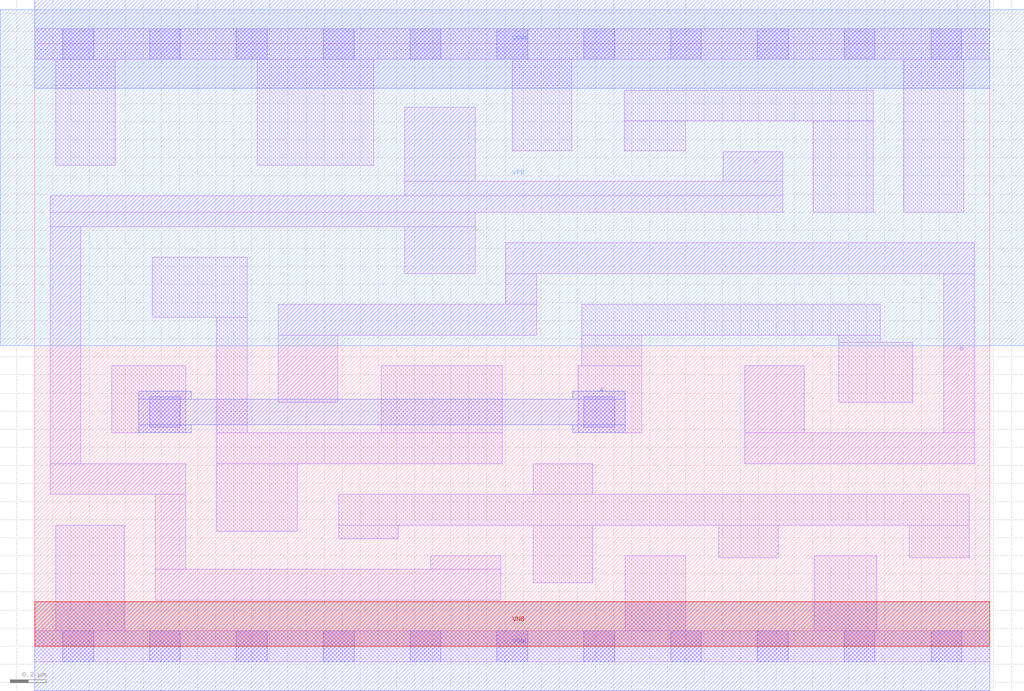
<source format=lef>
# Copyright 2020 The SkyWater PDK Authors
#
# Licensed under the Apache License, Version 2.0 (the "License");
# you may not use this file except in compliance with the License.
# You may obtain a copy of the License at
#
#     https://www.apache.org/licenses/LICENSE-2.0
#
# Unless required by applicable law or agreed to in writing, software
# distributed under the License is distributed on an "AS IS" BASIS,
# WITHOUT WARRANTIES OR CONDITIONS OF ANY KIND, either express or implied.
# See the License for the specific language governing permissions and
# limitations under the License.
#
# SPDX-License-Identifier: Apache-2.0

VERSION 5.7 ;
  NOWIREEXTENSIONATPIN ON ;
  DIVIDERCHAR "/" ;
  BUSBITCHARS "[]" ;
MACRO sky130_fd_sc_ls__xnor2_2
  CLASS CORE ;
  FOREIGN sky130_fd_sc_ls__xnor2_2 ;
  ORIGIN  0.000000  0.000000 ;
  SIZE  5.280000 BY  3.330000 ;
  SYMMETRY X Y ;
  SITE unit ;
  PIN A
    ANTENNAGATEAREA  0.819000 ;
    DIRECTION INPUT ;
    USE SIGNAL ;
    PORT
      LAYER met1 ;
        RECT 0.575000 1.180000 0.865000 1.225000 ;
        RECT 0.575000 1.225000 3.265000 1.365000 ;
        RECT 0.575000 1.365000 0.865000 1.410000 ;
        RECT 2.975000 1.180000 3.265000 1.225000 ;
        RECT 2.975000 1.365000 3.265000 1.410000 ;
    END
  END A
  PIN B
    ANTENNAGATEAREA  0.819000 ;
    DIRECTION INPUT ;
    USE SIGNAL ;
    PORT
      LAYER li1 ;
        RECT 1.345000 1.350000 1.675000 1.720000 ;
        RECT 1.345000 1.720000 2.775000 1.890000 ;
        RECT 2.605000 1.890000 2.775000 2.060000 ;
        RECT 2.605000 2.060000 5.195000 2.230000 ;
        RECT 3.925000 1.010000 5.195000 1.180000 ;
        RECT 3.925000 1.180000 4.255000 1.550000 ;
        RECT 5.025000 1.180000 5.195000 2.060000 ;
    END
  END B
  PIN VNB
    PORT
      LAYER pwell ;
        RECT 0.000000 0.000000 5.280000 0.245000 ;
    END
  END VNB
  PIN VPB
    PORT
      LAYER nwell ;
        RECT -0.190000 1.660000 5.470000 3.520000 ;
    END
  END VPB
  PIN Y
    ANTENNADIFFAREA  1.072800 ;
    DIRECTION OUTPUT ;
    USE SIGNAL ;
    PORT
      LAYER li1 ;
        RECT 0.085000 0.840000 0.835000 1.010000 ;
        RECT 0.085000 1.010000 0.255000 2.320000 ;
        RECT 0.085000 2.320000 2.435000 2.400000 ;
        RECT 0.085000 2.400000 4.135000 2.490000 ;
        RECT 0.665000 0.255000 2.575000 0.425000 ;
        RECT 0.665000 0.425000 0.835000 0.840000 ;
        RECT 2.045000 2.060000 2.435000 2.320000 ;
        RECT 2.045000 2.490000 4.135000 2.570000 ;
        RECT 2.045000 2.570000 2.435000 2.980000 ;
        RECT 2.190000 0.425000 2.575000 0.500000 ;
        RECT 3.805000 2.570000 4.135000 2.735000 ;
    END
  END Y
  PIN VGND
    DIRECTION INOUT ;
    SHAPE ABUTMENT ;
    USE GROUND ;
    PORT
      LAYER met1 ;
        RECT 0.000000 -0.245000 5.280000 0.245000 ;
    END
  END VGND
  PIN VPWR
    DIRECTION INOUT ;
    SHAPE ABUTMENT ;
    USE POWER ;
    PORT
      LAYER met1 ;
        RECT 0.000000 3.085000 5.280000 3.575000 ;
    END
  END VPWR
  OBS
    LAYER li1 ;
      RECT 0.000000 -0.085000 5.280000 0.085000 ;
      RECT 0.000000  3.245000 5.280000 3.415000 ;
      RECT 0.115000  0.085000 0.495000 0.670000 ;
      RECT 0.115000  2.660000 0.445000 3.245000 ;
      RECT 0.425000  1.180000 0.835000 1.550000 ;
      RECT 0.650000  1.820000 1.175000 2.150000 ;
      RECT 1.005000  0.635000 1.450000 1.010000 ;
      RECT 1.005000  1.010000 2.585000 1.180000 ;
      RECT 1.005000  1.180000 1.175000 1.820000 ;
      RECT 1.230000  2.660000 1.875000 3.245000 ;
      RECT 1.680000  0.595000 2.010000 0.670000 ;
      RECT 1.680000  0.670000 5.165000 0.840000 ;
      RECT 1.915000  1.180000 2.585000 1.550000 ;
      RECT 2.640000  2.740000 2.970000 3.245000 ;
      RECT 2.755000  0.350000 3.085000 0.670000 ;
      RECT 2.755000  0.840000 3.085000 1.010000 ;
      RECT 3.005000  1.180000 3.355000 1.550000 ;
      RECT 3.025000  1.550000 3.355000 1.720000 ;
      RECT 3.025000  1.720000 4.675000 1.890000 ;
      RECT 3.260000  2.740000 3.600000 2.905000 ;
      RECT 3.260000  2.905000 4.635000 3.075000 ;
      RECT 3.265000  0.085000 3.600000 0.500000 ;
      RECT 3.780000  0.490000 4.110000 0.670000 ;
      RECT 4.305000  2.400000 4.635000 2.905000 ;
      RECT 4.310000  0.085000 4.655000 0.500000 ;
      RECT 4.445000  1.350000 4.855000 1.680000 ;
      RECT 4.445000  1.680000 4.675000 1.720000 ;
      RECT 4.805000  2.400000 5.135000 3.245000 ;
      RECT 4.835000  0.490000 5.165000 0.670000 ;
    LAYER mcon ;
      RECT 0.155000 -0.085000 0.325000 0.085000 ;
      RECT 0.155000  3.245000 0.325000 3.415000 ;
      RECT 0.635000 -0.085000 0.805000 0.085000 ;
      RECT 0.635000  1.210000 0.805000 1.380000 ;
      RECT 0.635000  3.245000 0.805000 3.415000 ;
      RECT 1.115000 -0.085000 1.285000 0.085000 ;
      RECT 1.115000  3.245000 1.285000 3.415000 ;
      RECT 1.595000 -0.085000 1.765000 0.085000 ;
      RECT 1.595000  3.245000 1.765000 3.415000 ;
      RECT 2.075000 -0.085000 2.245000 0.085000 ;
      RECT 2.075000  3.245000 2.245000 3.415000 ;
      RECT 2.555000 -0.085000 2.725000 0.085000 ;
      RECT 2.555000  3.245000 2.725000 3.415000 ;
      RECT 3.035000 -0.085000 3.205000 0.085000 ;
      RECT 3.035000  1.210000 3.205000 1.380000 ;
      RECT 3.035000  3.245000 3.205000 3.415000 ;
      RECT 3.515000 -0.085000 3.685000 0.085000 ;
      RECT 3.515000  3.245000 3.685000 3.415000 ;
      RECT 3.995000 -0.085000 4.165000 0.085000 ;
      RECT 3.995000  3.245000 4.165000 3.415000 ;
      RECT 4.475000 -0.085000 4.645000 0.085000 ;
      RECT 4.475000  3.245000 4.645000 3.415000 ;
      RECT 4.955000 -0.085000 5.125000 0.085000 ;
      RECT 4.955000  3.245000 5.125000 3.415000 ;
  END
END sky130_fd_sc_ls__xnor2_2
END LIBRARY

</source>
